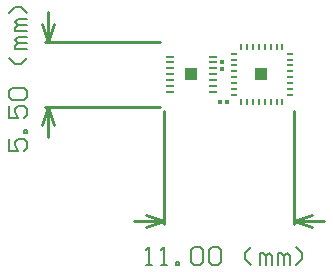
<source format=gtp>
%FSLAX44Y44*%
%MOMM*%
G71*
G01*
G75*
G04 Layer_Color=8421504*
%ADD10R,0.7000X0.2800*%
%ADD11R,1.0000X1.0000*%
%ADD12R,0.4000X0.4000*%
%ADD13R,0.4000X0.4000*%
%ADD14R,0.5000X0.2500*%
%ADD15R,0.2500X0.5000*%
%ADD16C,0.1100*%
%ADD17C,0.1700*%
%ADD18C,0.1400*%
%ADD19C,0.2540*%
%ADD20C,0.1524*%
%ADD21C,0.3500*%
%ADD22R,1.5000X0.6000*%
%ADD23R,1.0000X1.0000*%
%ADD24R,0.7000X0.4000*%
%ADD25R,0.6000X0.4000*%
%ADD26R,1.0000X0.7000*%
%ADD27C,0.2000*%
%ADD28C,0.2500*%
%ADD29C,0.1500*%
%ADD30C,0.1000*%
D10*
X561000Y833000D02*
D03*
Y828000D02*
D03*
Y823000D02*
D03*
Y818000D02*
D03*
Y813000D02*
D03*
Y808000D02*
D03*
Y803000D02*
D03*
X525000D02*
D03*
Y808000D02*
D03*
Y813000D02*
D03*
Y818000D02*
D03*
Y823000D02*
D03*
Y828000D02*
D03*
Y833000D02*
D03*
D11*
X543000Y818000D02*
D03*
X602260Y817930D02*
D03*
D12*
X568501Y822502D02*
D03*
Y828502D02*
D03*
D13*
X573501Y794500D02*
D03*
X567501D02*
D03*
D14*
X626000Y835500D02*
D03*
Y830500D02*
D03*
Y825500D02*
D03*
Y820500D02*
D03*
Y815500D02*
D03*
Y810500D02*
D03*
Y805500D02*
D03*
Y800500D02*
D03*
X579000D02*
D03*
Y805500D02*
D03*
Y810500D02*
D03*
Y815500D02*
D03*
Y820500D02*
D03*
Y825500D02*
D03*
Y830500D02*
D03*
Y835500D02*
D03*
D15*
X620000Y794500D02*
D03*
X615000D02*
D03*
X610000D02*
D03*
X605000D02*
D03*
X600000D02*
D03*
X595000D02*
D03*
X590000D02*
D03*
X585000D02*
D03*
Y841500D02*
D03*
X590000D02*
D03*
X595000D02*
D03*
X600000D02*
D03*
X605000D02*
D03*
X610000D02*
D03*
X615000D02*
D03*
X620000D02*
D03*
D19*
X419360Y845500D02*
X516260D01*
X419360Y790500D02*
X516260D01*
X421900Y765100D02*
Y790500D01*
Y845500D02*
Y870900D01*
X416820Y775260D02*
X421900Y790500D01*
X426980Y775260D01*
X421900Y845500D02*
X426980Y860740D01*
X416820D02*
X421900Y845500D01*
X630000Y690880D02*
Y786760D01*
X520000Y690880D02*
Y786760D01*
X494600Y693420D02*
X520000D01*
X630000D02*
X655400D01*
X504760Y698500D02*
X520000Y693420D01*
X504760Y688340D02*
X520000Y693420D01*
X630000D02*
X645240Y688340D01*
X630000Y693420D02*
X645240Y698500D01*
D20*
X388382Y763152D02*
Y752996D01*
X395999D01*
X393460Y758074D01*
Y760613D01*
X395999Y763152D01*
X401078D01*
X403617Y760613D01*
Y755535D01*
X401078Y752996D01*
X403617Y768231D02*
X401078D01*
Y770770D01*
X403617D01*
Y768231D01*
X388382Y791083D02*
Y780927D01*
X395999D01*
X393460Y786005D01*
Y788544D01*
X395999Y791083D01*
X401078D01*
X403617Y788544D01*
Y783466D01*
X401078Y780927D01*
X390921Y796162D02*
X388382Y798701D01*
Y803779D01*
X390921Y806318D01*
X401078D01*
X403617Y803779D01*
Y798701D01*
X401078Y796162D01*
X390921D01*
X403617Y831710D02*
X398539Y826632D01*
X393460D01*
X388382Y831710D01*
X403617Y839328D02*
X393460D01*
Y841867D01*
X395999Y844406D01*
X403617D01*
X395999D01*
X393460Y846945D01*
X395999Y849484D01*
X403617D01*
Y854563D02*
X393460D01*
Y857102D01*
X395999Y859641D01*
X403617D01*
X395999D01*
X393460Y862180D01*
X395999Y864719D01*
X403617D01*
Y869798D02*
X398539Y874876D01*
X393460D01*
X388382Y869798D01*
X504917Y656854D02*
X509996D01*
X507457D01*
Y672089D01*
X504917Y669550D01*
X517613Y656854D02*
X522692D01*
X520153D01*
Y672089D01*
X517613Y669550D01*
X530309Y656854D02*
Y659393D01*
X532848D01*
Y656854D01*
X530309D01*
X543005Y669550D02*
X545544Y672089D01*
X550623D01*
X553162Y669550D01*
Y659393D01*
X550623Y656854D01*
X545544D01*
X543005Y659393D01*
Y669550D01*
X558240D02*
X560779Y672089D01*
X565858D01*
X568397Y669550D01*
Y659393D01*
X565858Y656854D01*
X560779D01*
X558240Y659393D01*
Y669550D01*
X593789Y656854D02*
X588710Y661932D01*
Y667011D01*
X593789Y672089D01*
X601406Y656854D02*
Y667011D01*
X603945D01*
X606485Y664471D01*
Y656854D01*
Y664471D01*
X609024Y667011D01*
X611563Y664471D01*
Y656854D01*
X616641D02*
Y667011D01*
X619180D01*
X621720Y664471D01*
Y656854D01*
Y664471D01*
X624259Y667011D01*
X626798Y664471D01*
Y656854D01*
X631876D02*
X636955Y661932D01*
Y667011D01*
X631876Y672089D01*
M02*

</source>
